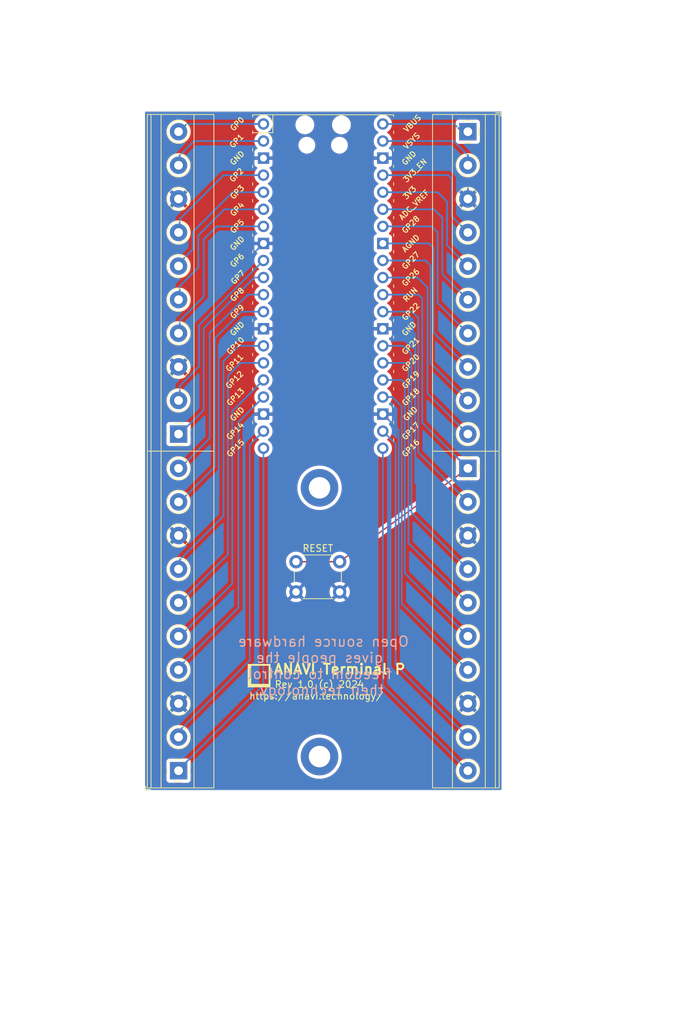
<source format=kicad_pcb>
(kicad_pcb (version 20240108) (generator "pcbnew") (generator_version "8.0")
  (title_block (title "ANAVI Terminal P") (date "2024-07-22") (rev "1.0") (company "ANAVI Technology Ltd."))
  (layers (0 "F.Cu" signal) (31 "B.Cu" signal) (34 "B.Paste" user) (35 "F.Paste" user) (36 "B.SilkS" user "B.Silkscreen") (37 "F.SilkS" user "F.Silkscreen") (38 "B.Mask" user) (39 "F.Mask" user) (44 "Edge.Cuts" user))
  (net 0 "")
  (net 1 "Net-(J3-Pin_2)")
  (net 2 "Net-(J1-Pin_9)")
  (net 3 "GND")
  (net 4 "Net-(J1-Pin_1)")
  (net 5 "Net-(J3-Pin_6)")
  (net 6 "Net-(J1-Pin_10)")
  (net 7 "Net-(J1-Pin_2)")
  (net 8 "Net-(J3-Pin_9)")
  (net 9 "Net-(J3-Pin_4)")
  (net 10 "Net-(J3-Pin_7)")
  (net 11 "Net-(J3-Pin_5)")
  (net 12 "Net-(J3-Pin_8)")
  (net 13 "Net-(J3-Pin_1)")
  (net 14 "Net-(J1-Pin_6)")
  (net 15 "Net-(J1-Pin_5)")
  (net 16 "Net-(J1-Pin_7)")
  (net 17 "Net-(J1-Pin_4)")
  (net 18 "Net-(J2-Pin_2)")
  (net 19 "Net-(J3-Pin_10)")
  (net 20 "Net-(J4-Pin_1)")
  (net 21 "Net-(J4-Pin_9)")
  (net 22 "Net-(J4-Pin_10)")
  (net 23 "Net-(J2-Pin_1)")
  (net 24 "Net-(J2-Pin_4)")
  (net 25 "Net-(J4-Pin_2)")
  (net 26 "Net-(J4-Pin_4)")
  (net 27 "Net-(J2-Pin_7)")
  (net 28 "Net-(J4-Pin_5)")
  (net 29 "Net-(J2-Pin_9)")
  (net 30 "Net-(J2-Pin_5)")
  (net 31 "Net-(J4-Pin_6)")
  (net 32 "Net-(J4-Pin_7)")
  (net 33 "Net-(J2-Pin_6)")
  (net 34 "Net-(J2-Pin_10)")
  (footprint "MountingHole:MountingHole_3.2mm_M3_DIN965_Pad" (layer "F.Cu") (at 73 98)
    (property "Reference" "REF**" (hide yes))
    (property "Value" "MountingHole_3.2mm_M3_DIN965_Pad" (hide yes))
    (pad "1" thru_hole circle (at 0 0) (size 5.6 5.6) (drill 3.2) (layers "*.Cu" "*.Mask"))
  )
  (footprint "MCU_RaspberryPi_and_Boards:RPi_Pico_SMD_TH" (layer "F.Cu") (at 73.54 67.98)
    (property "Reference" "U1" (hide yes))
    (property "Value" "Pico")
    (fp_text user "GP14" (at -13.1 21.59 45) (layer "F.SilkS") (effects (font (size 0.8 0.8))))
    (fp_text user "GND" (at -12.8 -19.05 45) (layer "F.SilkS") (effects (font (size 0.8 0.8))))
    (fp_text user "GP2" (at -12.9 -16.51 45) (layer "F.SilkS") (effects (font (size 0.8 0.8))))
    (fp_text user "RUN" (at 13 1.27 45) (layer "F.SilkS") (effects (font (size 0.8 0.8))))
    (fp_text user "AGND" (at 13.054 -6.35 45) (layer "F.SilkS") (effects (font (size 0.8 0.8))))
    (fp_text user "ADC_VREF" (at 13.56 -12.08 45) (layer "F.SilkS") (effects (font (size 0.8 0.8) (thickness 0.15) (bold yes))))
    (fp_text user "3V3" (at 12.9 -13.9 45) (layer "F.SilkS") (effects (font (size 0.8 0.8))))
    (fp_text user "GP10" (at -13.054 8.89 45) (layer "F.SilkS") (effects (font (size 0.8 0.8))))
    (fp_text user "VBUS" (at 13.3 -24.2 45) (layer "F.SilkS") (effects (font (size 0.8 0.8))))
    (fp_text user "GP27" (at 13.054 -3.8 45) (layer "F.SilkS") (effects (font (size 0.8 0.8))))
    (fp_text user "GP8" (at -12.8 1.27 45) (layer "F.SilkS") (effects (font (size 0.8 0.8))))
    (fp_text user "GP13" (at -13.054 16.51 45) (layer "F.SilkS") (effects (font (size 0.8 0.8))))
    (fp_text user "GP12" (at -13.2 13.97 45) (layer "F.SilkS") (effects (font (size 0.8 0.8))))
    (fp_text user "GP16" (at 13.054 24.13 45) (layer "F.SilkS") (effects (font (size 0.8 0.8))))
    (fp_text user "GND" (at -12.8 6.35 45) (layer "F.SilkS") (effects (font (size 0.8 0.8))))
    (fp_text user "GP6" (at -12.8 -3.81 45) (layer "F.SilkS") (effects (font (size 0.8 0.8))))
    (fp_text user "GND" (at 12.8 -19.05 45) (layer "F.SilkS") (effects (font (size 0.8 0.8))))
    (fp_text user "GP18" (at 13.054 16.51 45) (layer "F.SilkS") (effects (font (size 0.8 0.8))))
    (fp_text user "GP5" (at -12.8 -8.89 45) (layer "F.SilkS") (effects (font (size 0.8 0.8))))
    (fp_text user "GND" (at -12.8 19.05 45) (layer "F.SilkS") (effects (font (size 0.8 0.8))))
    (fp_text user "GP28" (at 13.054 -9.144 45) (layer "F.SilkS") (effects (font (size 0.8 0.8))))
    (fp_text user "GP17" (at 13.054 21.59 45) (layer "F.SilkS") (effects (font (size 0.8 0.8))))
    (fp_text user "GND" (at 13 19 45) (layer "F.SilkS") (effects (font (size 0.8 0.8))))
    (fp_text user "GND" (at 12.8 6.35 45) (layer "F.SilkS") (effects (font (size 0.8 0.8))))
    (fp_text user "GP4" (at -12.8 -11.43 45) (layer "F.SilkS") (effects (font (size 0.8 0.8))))
    (fp_text user "GP19" (at 13.054 13.97 45) (layer "F.SilkS") (effects (font (size 0.8 0.8))))
    (fp_text user "GP1" (at -12.9 -21.6 45) (layer "F.SilkS") (effects (font (size 0.8 0.8))))
    (fp_text user "GP26" (at 13.054 -1.27 45) (layer "F.SilkS") (effects (font (size 0.8 0.8))))
    (fp_text user "GP0" (at -12.8 -24.13 45) (layer "F.SilkS") (effects (font (size 0.8 0.8))))
    (fp_text user "GP21" (at 13.054 8.9 45) (layer "F.SilkS") (effects (font (size 0.8 0.8))))
    (fp_text user "GP11" (at -13.2 11.43 45) (layer "F.SilkS") (effects (font (size 0.8 0.8))))
    (fp_text user "GP22" (at 13.054 3.81 45) (layer "F.SilkS") (effects (font (size 0.8 0.8))))
    (fp_text user "VSYS" (at 13.2 -21.59 45) (layer "F.SilkS") (effects (font (size 0.8 0.8))))
    (fp_text user "GP20" (at 13.054 11.43 45) (layer "F.SilkS") (effects (font (size 0.8 0.8))))
    (fp_text user "GP7" (at -12.7 -1.3 45) (layer "F.SilkS") (effects (font (size 0.8 0.8))))
    (fp_text user "GP15" (at -13.054 24.13 45) (layer "F.SilkS") (effects (font (size 0.8 0.8))))
    (fp_text user "GP3" (at -12.8 -13.97 45) (layer "F.SilkS") (effects (font (size 0.8 0.8))))
    (fp_text user "GP9" (at -12.8 3.81 45) (layer "F.SilkS") (effects (font (size 0.8 0.8))))
    (fp_text user "3V3_EN" (at 13.7 -17.2 45) (layer "F.SilkS") (effects (font (size 0.8 0.8))))
    (pad "" np_thru_hole oval (at -2.725 -24) (size 1.8 1.8) (drill 1.8) (layers "*.Cu" "*.Mask"))
    (pad "" np_thru_hole oval (at -2.425 -20.97) (size 1.5 1.5) (drill 1.5) (layers "*.Cu" "*.Mask"))
    (pad "" np_thru_hole oval (at 2.425 -20.97) (size 1.5 1.5) (drill 1.5) (layers "*.Cu" "*.Mask"))
    (pad "" np_thru_hole oval (at 2.725 -24) (size 1.8 1.8) (drill 1.8) (layers "*.Cu" "*.Mask"))
    (pad "1" thru_hole oval (at -8.89 -24.13) (size 1.7 1.7) (drill 1.02) (layers "*.Cu" "*.Mask") (net 6 "Net-(J1-Pin_10)"))
    (pad "2" thru_hole oval (at -8.89 -21.59) (size 1.7 1.7) (drill 1.02) (layers "*.Cu" "*.Mask") (net 2 "Net-(J1-Pin_9)"))
    (pad "3" thru_hole rect (at -8.89 -19.05) (size 1.7 1.7) (drill 1.02) (layers "*.Cu" "*.Mask") (net 3 "GND"))
    (pad "4" thru_hole oval (at -8.89 -16.51) (size 1.7 1.7) (drill 1.02) (layers "*.Cu" "*.Mask") (net 16 "Net-(J1-Pin_7)"))
    (pad "5" thru_hole oval (at -8.89 -13.97) (size 1.7 1.7) (drill 1.02) (layers "*.Cu" "*.Mask") (net 14 "Net-(J1-Pin_6)"))
    (pad "6" thru_hole oval (at -8.89 -11.43) (size 1.7 1.7) (drill 1.02) (layers "*.Cu" "*.Mask") (net 15 "Net-(J1-Pin_5)"))
    (pad "7" thru_hole oval (at -8.89 -8.89) (size 1.7 1.7) (drill 1.02) (layers "*.Cu" "*.Mask") (net 17 "Net-(J1-Pin_4)"))
    (pad "8" thru_hole rect (at -8.89 -6.35) (size 1.7 1.7) (drill 1.02) (layers "*.Cu" "*.Mask") (net 3 "GND"))
    (pad "9" thru_hole oval (at -8.89 -3.81) (size 1.7 1.7) (drill 1.02) (layers "*.Cu" "*.Mask") (net 7 "Net-(J1-Pin_2)"))
    (pad "10" thru_hole oval (at -8.89 -1.27) (size 1.7 1.7) (drill 1.02) (layers "*.Cu" "*.Mask") (net 4 "Net-(J1-Pin_1)"))
    (pad "11" thru_hole oval (at -8.89 1.27) (size 1.7 1.7) (drill 1.02) (layers "*.Cu" "*.Mask") (net 22 "Net-(J4-Pin_10)"))
    (pad "12" thru_hole oval (at -8.89 3.81) (size 1.7 1.7) (drill 1.02) (layers "*.Cu" "*.Mask") (net 21 "Net-(J4-Pin_9)"))
    (pad "13" thru_hole rect (at -8.89 6.35) (size 1.7 1.7) (drill 1.02) (layers "*.Cu" "*.Mask") (net 3 "GND"))
    (pad "14" thru_hole oval (at -8.89 8.89) (size 1.7 1.7) (drill 1.02) (layers "*.Cu" "*.Mask") (net 32 "Net-(J4-Pin_7)"))
    (pad "15" thru_hole oval (at -8.89 11.43) (size 1.7 1.7) (drill 1.02) (layers "*.Cu" "*.Mask") (net 31 "Net-(J4-Pin_6)"))
    (pad "16" thru_hole oval (at -8.89 13.97) (size 1.7 1.7) (drill 1.02) (layers "*.Cu" "*.Mask") (net 28 "Net-(J4-Pin_5)"))
    (pad "17" thru_hole oval (at -8.89 16.51) (size 1.7 1.7) (drill 1.02) (layers "*.Cu" "*.Mask") (net 26 "Net-(J4-Pin_4)"))
    (pad "18" thru_hole rect (at -8.89 19.05) (size 1.7 1.7) (drill 1.02) (layers "*.Cu" "*.Mask") (net 3 "GND"))
    (pad "19" thru_hole oval (at -8.89 21.59) (size 1.7 1.7) (drill 1.02) (layers "*.Cu" "*.Mask") (net 25 "Net-(J4-Pin_2)"))
    (pad "20" thru_hole oval (at -8.89 24.13) (size 1.7 1.7) (drill 1.02) (layers "*.Cu" "*.Mask") (net 20 "Net-(J4-Pin_1)"))
    (pad "21" thru_hole oval (at 8.89 24.13) (size 1.7 1.7) (drill 1.02) (layers "*.Cu" "*.Mask") (net 34 "Net-(J2-Pin_10)"))
    (pad "22" thru_hole oval (at 8.89 21.59) (size 1.7 1.7) (drill 1.02) (layers "*.Cu" "*.Mask") (net 29 "Net-(J2-Pin_9)"))
    (pad "23" thru_hole rect (at 8.89 19.05) (size 1.7 1.7) (drill 1.02) (layers "*.Cu" "*.Mask") (net 3 "GND"))
    (pad "24" thru_hole oval (at 8.89 16.51) (size 1.7 1.7) (drill 1.02) (layers "*.Cu" "*.Mask") (net 27 "Net-(J2-Pin_7)"))
    (pad "25" thru_hole oval (at 8.89 13.97) (size 1.7 1.7) (drill 1.02) (layers "*.Cu" "*.Mask") (net 33 "Net-(J2-Pin_6)"))
    (pad "26" thru_hole oval (at 8.89 11.43) (size 1.7 1.7) (drill 1.02) (layers "*.Cu" "*.Mask") (net 30 "Net-(J2-Pin_5)"))
    (pad "27" thru_hole oval (at 8.89 8.89) (size 1.7 1.7) (drill 1.02) (layers "*.Cu" "*.Mask") (net 24 "Net-(J2-Pin_4)"))
    (pad "28" thru_hole rect (at 8.89 6.35) (size 1.7 1.7) (drill 1.02) (layers "*.Cu" "*.Mask") (net 3 "GND"))
    (pad "29" thru_hole oval (at 8.89 3.81) (size 1.7 1.7) (drill 1.02) (layers "*.Cu" "*.Mask") (net 18 "Net-(J2-Pin_2)"))
    (pad "30" thru_hole oval (at 8.89 1.27) (size 1.7 1.7) (drill 1.02) (layers "*.Cu" "*.Mask") (net 23 "Net-(J2-Pin_1)"))
    (pad "31" thru_hole oval (at 8.89 -1.27) (size 1.7 1.7) (drill 1.02) (layers "*.Cu" "*.Mask") (net 19 "Net-(J3-Pin_10)"))
    (pad "32" thru_hole oval (at 8.89 -3.81) (size 1.7 1.7) (drill 1.02) (layers "*.Cu" "*.Mask") (net 8 "Net-(J3-Pin_9)"))
    (pad "33" thru_hole rect (at 8.89 -6.35) (size 1.7 1.7) (drill 1.02) (layers "*.Cu" "*.Mask") (net 12 "Net-(J3-Pin_8)"))
    (pad "34" thru_hole oval (at 8.89 -8.89) (size 1.7 1.7) (drill 1.02) (layers "*.Cu" "*.Mask") (net 10 "Net-(J3-Pin_7)"))
    (pad "35" thru_hole oval (at 8.89 -11.43) (size 1.7 1.7) (drill 1.02) (layers "*.Cu" "*.Mask") (net 5 "Net-(J3-Pin_6)"))
    (pad "36" thru_hole oval (at 8.89 -13.97) (size 1.7 1.7) (drill 1.02) (layers "*.Cu" "*.Mask") (net 11 "Net-(J3-Pin_5)"))
    (pad "37" thru_hole oval (at 8.89 -16.51) (size 1.7 1.7) (drill 1.02) (layers "*.Cu" "*.Mask") (net 9 "Net-(J3-Pin_4)"))
    (pad "38" thru_hole rect (at 8.89 -19.05) (size 1.7 1.7) (drill 1.02) (layers "*.Cu" "*.Mask") (net 3 "GND"))
    (pad "39" thru_hole oval (at 8.89 -21.59) (size 1.7 1.7) (drill 1.02) (layers "*.Cu" "*.Mask") (net 1 "Net-(J3-Pin_2)"))
    (pad "40" thru_hole oval (at 8.89 -24.13) (size 1.7 1.7) (drill 1.02) (layers "*.Cu" "*.Mask") (net 13 "Net-(J3-Pin_1)"))
  )
  (footprint "MountingHole:MountingHole_3.2mm_M3_DIN965_Pad" (layer "F.Cu") (at 73 138)
    (property "Reference" "REF**" (hide yes))
    (property "Value" "MountingHole_3.2mm_M3_DIN965_Pad")
    (pad "2" thru_hole circle (at 0 0) (size 5.6 5.6) (drill 3.2) (layers "*.Cu" "*.Mask"))
  )
  (footprint "logo:anavi-logo" (layer "F.Cu") (at 64 126)
    (property "Reference" "G***" (hide yes))
    (property "Value" "LOGO" (hide yes))
  )
  (footprint "TerminalBlock_Phoenix:TerminalBlock_Phoenix_MKDS-1,5-10_1x10_P5.00mm_Horizontal" (layer "F.Cu") (at 52 90 90)
    (property "Reference" "J1" (hide yes))
    (property "Value" "Screw_Terminal_01x10")
    (pad "1" thru_hole rect (at 0 0 90) (size 2.6 2.6) (drill 1.3) (layers "*.Cu" "*.Mask") (net 4 "Net-(J1-Pin_1)"))
    (pad "2" thru_hole circle (at 5 0 90) (size 2.6 2.6) (drill 1.3) (layers "*.Cu" "*.Mask") (net 7 "Net-(J1-Pin_2)"))
    (pad "3" thru_hole circle (at 10 0 90) (size 2.6 2.6) (drill 1.3) (layers "*.Cu" "*.Mask") (net 3 "GND"))
    (pad "4" thru_hole circle (at 15 0 90) (size 2.6 2.6) (drill 1.3) (layers "*.Cu" "*.Mask") (net 17 "Net-(J1-Pin_4)"))
    (pad "5" thru_hole circle (at 20 0 90) (size 2.6 2.6) (drill 1.3) (layers "*.Cu" "*.Mask") (net 15 "Net-(J1-Pin_5)"))
    (pad "6" thru_hole circle (at 25 0 90) (size 2.6 2.6) (drill 1.3) (layers "*.Cu" "*.Mask") (net 14 "Net-(J1-Pin_6)"))
    (pad "7" thru_hole circle (at 30 0 90) (size 2.6 2.6) (drill 1.3) (layers "*.Cu" "*.Mask") (net 16 "Net-(J1-Pin_7)"))
    (pad "8" thru_hole circle (at 35 0 90) (size 2.6 2.6) (drill 1.3) (layers "*.Cu" "*.Mask") (net 3 "GND"))
    (pad "9" thru_hole circle (at 40 0 90) (size 2.6 2.6) (drill 1.3) (layers "*.Cu" "*.Mask") (net 2 "Net-(J1-Pin_9)"))
    (pad "10" thru_hole circle (at 45 0 90) (size 2.6 2.6) (drill 1.3) (layers "*.Cu" "*.Mask") (net 6 "Net-(J1-Pin_10)"))
  )
  (footprint "Button_Switch_THT:SW_PUSH_6mm_H4.3mm" (layer "F.Cu") (at 76 113.5 180)
    (property "Reference" "RESET" (at 3.25 6.5 0) (layer "F.SilkS"))
    (property "Value" "SW_DIP_x01")
    (pad "1" thru_hole circle (at 0 0 270) (size 2 2) (drill 1.1) (layers "*.Cu" "*.Mask") (net 3 "GND"))
    (pad "1" thru_hole circle (at 6.5 0 270) (size 2 2) (drill 1.1) (layers "*.Cu" "*.Mask") (net 3 "GND"))
    (pad "2" thru_hole circle (at 0 4.5 270) (size 2 2) (drill 1.1) (layers "*.Cu" "*.Mask") (net 23 "Net-(J2-Pin_1)"))
    (pad "2" thru_hole circle (at 6.5 4.5 270) (size 2 2) (drill 1.1) (layers "*.Cu" "*.Mask") (net 23 "Net-(J2-Pin_1)"))
  )
  (footprint "TerminalBlock_Phoenix:TerminalBlock_Phoenix_MKDS-1,5-10_1x10_P5.00mm_Horizontal" (layer "F.Cu") (at 95.1 95.1 -90)
    (property "Reference" "J2" (hide yes))
    (property "Value" "Screw_Terminal_01x10")
    (pad "1" thru_hole rect (at 0 0 270) (size 2.6 2.6) (drill 1.3) (layers "*.Cu" "*.Mask") (net 23 "Net-(J2-Pin_1)"))
    (pad "2" thru_hole circle (at 5 0 270) (size 2.6 2.6) (drill 1.3) (layers "*.Cu" "*.Mask") (net 18 "Net-(J2-Pin_2)"))
    (pad "3" thru_hole circle (at 10 0 270) (size 2.6 2.6) (drill 1.3) (layers "*.Cu" "*.Mask") (net 3 "GND"))
    (pad "4" thru_hole circle (at 15 0 270) (size 2.6 2.6) (drill 1.3) (layers "*.Cu" "*.Mask") (net 24 "Net-(J2-Pin_4)"))
    (pad "5" thru_hole circle (at 20 0 270) (size 2.6 2.6) (drill 1.3) (layers "*.Cu" "*.Mask") (net 30 "Net-(J2-Pin_5)"))
    (pad "6" thru_hole circle (at 25 0 270) (size 2.6 2.6) (drill 1.3) (layers "*.Cu" "*.Mask") (net 33 "Net-(J2-Pin_6)"))
    (pad "7" thru_hole circle (at 30 0 270) (size 2.6 2.6) (drill 1.3) (layers "*.Cu" "*.Mask") (net 27 "Net-(J2-Pin_7)"))
    (pad "8" thru_hole circle (at 35 0 270) (size 2.6 2.6) (drill 1.3) (layers "*.Cu" "*.Mask") (net 3 "GND"))
    (pad "9" thru_hole circle (at 40 0 270) (size 2.6 2.6) (drill 1.3) (layers "*.Cu" "*.Mask") (net 29 "Net-(J2-Pin_9)"))
    (pad "10" thru_hole circle (at 45 0 270) (size 2.6 2.6) (drill 1.3) (layers "*.Cu" "*.Mask") (net 34 "Net-(J2-Pin_10)"))
  )
  (footprint "TerminalBlock_Phoenix:TerminalBlock_Phoenix_MKDS-1,5-10_1x10_P5.00mm_Horizontal" (layer "F.Cu") (at 52 140.1 90)
    (property "Reference" "J4" (hide yes))
    (property "Value" "Screw_Terminal_01x10")
    (pad "1" thru_hole rect (at 0 0 90) (size 2.6 2.6) (drill 1.3) (layers "*.Cu" "*.Mask") (net 20 "Net-(J4-Pin_1)"))
    (pad "2" thru_hole circle (at 5 0 90) (size 2.6 2.6) (drill 1.3) (layers "*.Cu" "*.Mask") (net 25 "Net-(J4-Pin_2)"))
    (pad "3" thru_hole circle (at 10 0 90) (size 2.6 2.6) (drill 1.3) (layers "*.Cu" "*.Mask") (net 3 "GND"))
    (pad "4" thru_hole circle (at 15 0 90) (size 2.6 2.6) (drill 1.3) (layers "*.Cu" "*.Mask") (net 26 "Net-(J4-Pin_4)"))
    (pad "5" thru_hole circle (at 20 0 90) (size 2.6 2.6) (drill 1.3) (layers "*.Cu" "*.Mask") (net 28 "Net-(J4-Pin_5)"))
    (pad "6" thru_hole circle (at 25 0 90) (size 2.6 2.6) (drill 1.3) (layers "*.Cu" "*.Mask") (net 31 "Net-(J4-Pin_6)"))
    (pad "7" thru_hole circle (at 30 0 90) (size 2.6 2.6) (drill 1.3) (layers "*.Cu" "*.Mask") (net 32 "Net-(J4-Pin_7)"))
    (pad "8" thru_hole circle (at 35 0 90) (size 2.6 2.6) (drill 1.3) (layers "*.Cu" "*.Mask") (net 3 "GND"))
    (pad "9" thru_hole circle (at 40 0 90) (size 2.6 2.6) (drill 1.3) (layers "*.Cu" "*.Mask") (net 21 "Net-(J4-Pin_9)"))
    (pad "10" thru_hole circle (at 45 0 90) (size 2.6 2.6) (drill 1.3) (layers "*.Cu" "*.Mask") (net 22 "Net-(J4-Pin_10)"))
  )
  (footprint "TerminalBlock_Phoenix:TerminalBlock_Phoenix_MKDS-1,5-10_1x10_P5.00mm_Horizontal" (layer "F.Cu") (at 95.1 45 -90)
    (property "Reference" "J3" (hide yes))
    (property "Value" "Screw_Terminal_01x10")
    (pad "1" thru_hole rect (at 0 0 270) (size 2.6 2.6) (drill 1.3) (layers "*.Cu" "*.Mask") (net 13 "Net-(J3-Pin_1)"))
    (pad "2" thru_hole circle (at 5 0 270) (size 2.6 2.6) (drill 1.3) (layers "*.Cu" "*.Mask") (net 1 "Net-(J3-Pin_2)"))
    (pad "3" thru_hole circle (at 10 0 270) (size 2.6 2.6) (drill 1.3) (layers "*.Cu" "*.Mask") (net 3 "GND"))
    (pad "4" thru_hole circle (at 15 0 270) (size 2.6 2.6) (drill 1.3) (layers "*.Cu" "*.Mask") (net 9 "Net-(J3-Pin_4)"))
    (pad "5" thru_hole circle (at 20 0 270) (size 2.6 2.6) (drill 1.3) (layers "*.Cu" "*.Mask") (net 11 "Net-(J3-Pin_5)"))
    (pad "6" thru_hole circle (at 25 0 270) (size 2.6 2.6) (drill 1.3) (layers "*.Cu" "*.Mask") (net 5 "Net-(J3-Pin_6)"))
    (pad "7" thru_hole circle (at 30 0 270) (size 2.6 2.6) (drill 1.3) (layers "*.Cu" "*.Mask") (net 10 "Net-(J3-Pin_7)"))
    (pad "8" thru_hole circle (at 35 0 270) (size 2.6 2.6) (drill 1.3) (layers "*.Cu" "*.Mask") (net 12 "Net-(J3-Pin_8)"))
    (pad "9" thru_hole circle (at 40 0 270) (size 2.6 2.6) (drill 1.3) (layers "*.Cu" "*.Mask") (net 8 "Net-(J3-Pin_9)"))
    (pad "10" thru_hole circle (at 45 0 270) (size 2.6 2.6) (drill 1.3) (layers "*.Cu" "*.Mask") (net 19 "Net-(J3-Pin_10)"))
  )
  (gr_line (start 76 109) (end 95.1 95.1) (stroke (width 0.2)) (layer "F.Cu") (net 23))
  (gr_line (start 76 109) (end 69 109) (stroke (width 0.2)) (layer "F.Cu") (net 23))
  (gr_line (start 100.12 143) (end 100.12 42) (stroke (width 0.05)) (layer "Edge.Cuts"))
  (gr_line (start 47 143) (end 100.12 143) (stroke (width 0.05)) (layer "Edge.Cuts"))
  (gr_line (start 47 42) (end 47 143) (stroke (width 0.05)) (layer "Edge.Cuts"))
  (gr_line (start 100.12 42) (end 47 42) (stroke (width 0.05)) (layer "Edge.Cuts"))
  (gr_text "Open source hardware \ngives people the\nfreedom to control\ntheir technology." (at 73 129 0) (layer "B.SilkS") (effects (font (size 1.5 1.5) (thickness 0.2) (bold yes)) (justify bottom mirror)))
  (gr_text "Rev 1.0 (c) 2024" (at 73 127.25 0) (layer "F.SilkS") (effects (font (size 1 1))))
  (gr_text "https://anavi.technology/" (at 72.5 129 0) (layer "F.SilkS") (effects (font (size 1 1))))
  (gr_text "GND" (at 60.74 61.63 45) (layer "F.SilkS") (effects (font (size 0.8 0.8))))
  (gr_text "ANAVI Terminal P" (at 76 125 0) (layer "F.SilkS") (effects (font (size 1.5 1.5) (thickness 0.3))))
  (segment (start 92.99 46.39) (end 95.1 48.5) (width 0.254) (layer "B.Cu") (net 1))
  (segment (start 82.43 46.39) (end 92.99 46.39) (width 0.254) (layer "B.Cu") (net 1))
  (segment (start 95.1 48.5) (end 95.1 50) (width 0.254) (layer "B.Cu") (net 1))
  (segment (start 54.2956 46.39) (end 52.154417 48.531183) (width 0.254) (layer "B.Cu") (net 2))
  (segment (start 52.154417 48.531183) (end 52.155201 49.999917) (width 0.254) (layer "B.Cu") (net 2))
  (segment (start 64.65 46.39) (end 54.2956 46.39) (width 0.254) (layer "B.Cu") (net 2))
  (segment (start 61.6712 88.773) (end 61.6712 120.626634) (width 0.254) (layer "B.Cu") (net 3))
  (segment (start 82.43 87.03) (end 84.792 89.392) (width 0.254) (layer "B.Cu") (net 3))
  (segment (start 57.9882 76.6826) (end 57.9882 99.296303) (width 0.254) (layer "B.Cu") (net 3))
  (segment (start 82.43 74.33) (end 86.476 74.33) (width 0.254) (layer "B.Cu") (net 3))
  (segment (start 64.65 48.93) (end 55.337 48.93) (width 0.254) (layer "B.Cu") (net 3))
  (segment (start 55.337 48.93) (end 54.483 49.784) (width 0.254) (layer "B.Cu") (net 3))
  (segment (start 52.171024 79.654976) (end 52.171208 79.999909) (width 0.254) (layer "B.Cu") (net 3))
  (segment (start 54.483 52.674785) (end 52.157869 54.999916) (width 0.254) (layer "B.Cu") (net 3))
  (segment (start 91.33 48.93) (end 95.1 52.7) (width 0.254) (layer "B.Cu") (net 3))
  (segment (start 82.43 48.93) (end 91.33 48.93) (width 0.254) (layer "B.Cu") (net 3))
  (segment (start 61.6712 120.626634) (end 52.19794 130.099894) (width 0.254) (layer "B.Cu") (net 3))
  (segment (start 87.246 75.1) (end 87.246 97.246) (width 0.254) (layer "B.Cu") (net 3))
  (segment (start 64.65 87.03) (end 63.4142 87.03) (width 0.254) (layer "B.Cu") (net 3))
  (segment (start 95.1 52.7) (end 95.1 55) (width 0.254) (layer "B.Cu") (net 3))
  (segment (start 57.9882 99.296303) (end 52.184601 105.099902) (width 0.254) (layer "B.Cu") (net 3))
  (segment (start 64.65 74.33) (end 60.3408 74.33) (width 0.254) (layer "B.Cu") (net 3))
  (segment (start 87.246 97.246) (end 95.1 105.1) (width 0.254) (layer "B.Cu") (net 3))
  (segment (start 63.4142 87.03) (end 61.6712 88.773) (width 0.254) (layer "B.Cu") (net 3))
  (segment (start 54.483 49.784) (end 54.483 52.674785) (width 0.254) (layer "B.Cu") (net 3))
  (segment (start 54.2036 77.6224) (end 52.171024 79.654976) (width 0.254) (layer "B.Cu") (net 3))
  (segment (start 86.476 74.33) (end 87.246 75.1) (width 0.254) (layer "B.Cu") (net 3))
  (segment (start 84.792 89.392) (end 84.792 119.792) (width 0.254) (layer "B.Cu") (net 3))
  (segment (start 84.792 119.792) (end 95.1 130.1) (width 0.254) (layer "B.Cu") (net 3))
  (segment (start 60.3408 74.33) (end 57.9882 76.6826) (width 0.254) (layer "B.Cu") (net 3))
  (segment (start 54.2036 72.0764) (end 54.2036 77.6224) (width 0.254) (layer "B.Cu") (net 3))
  (segment (start 64.65 61.63) (end 54.2036 72.0764) (width 0.254) (layer "B.Cu") (net 3))
  (segment (start 55.753 86.42345) (end 52.176544 89.999906) (width 0.254) (layer "B.Cu") (net 4))
  (segment (start 55.753 74.2188) (end 55.753 86.42345) (width 0.254) (layer "B.Cu") (net 4))
  (segment (start 64.65 66.71) (end 63.2618 66.71) (width 0.254) (layer "B.Cu") (net 4))
  (segment (start 63.2618 66.71) (end 55.753 74.2188) (width 0.254) (layer "B.Cu") (net 4))
  (segment (start 82.43 56.55) (end 90.05 56.55) (width 0.254) (layer "B.Cu") (net 5))
  (segment (start 91.3 57.8) (end 91.3 66.2) (width 0.254) (layer "B.Cu") (net 5))
  (segment (start 90.05 56.55) (end 91.3 57.8) (width 0.254) (layer "B.Cu") (net 5))
  (segment (start 91.3 66.2) (end 95.1 70) (width 0.254) (layer "B.Cu") (net 5))
  (segment (start 64.65 43.85) (end 53.219665 43.85) (width 0.254) (layer "B.Cu") (net 6))
  (segment (start 52.152489 44.917176) (end 52.152533 44.999919) (width 0.254) (layer "B.Cu") (net 6))
  (segment (start 52.5868 45) (end 52.152533 45) (width 0.254) (layer "B.Cu") (net 6))
  (segment (start 53.219665 43.85) (end 52.152489 44.917176) (width 0.254) (layer "B.Cu") (net 6))
  (segment (start 52.17386 82.82714) (end 52.17386 84.969502) (width 0.254) (layer "B.Cu") (net 7))
  (segment (start 55.0418 73.7782) (end 55.0418 79.9592) (width 0.254) (layer "B.Cu") (net 7))
  (segment (start 55.0418 79.9592) (end 52.17386 82.82714) (width 0.254) (layer "B.Cu") (net 7))
  (segment (start 64.65 64.17) (end 55.0418 73.7782) (width 0.254) (layer "B.Cu") (net 7))
  (segment (start 52.17386 84.969502) (end 52.173876 84.999907) (width 0.254) (layer "B.Cu") (net 7))
  (segment (start 89.546 64.9) (end 89.546 79.446) (width 0.254) (layer "B.Cu") (net 8))
  (segment (start 89.546 79.446) (end 95.1 85) (width 0.254) (layer "B.Cu") (net 8))
  (segment (start 88.816 64.17) (end 89.546 64.9) (width 0.254) (layer "B.Cu") (net 8))
  (segment (start 82.43 64.17) (end 88.816 64.17) (width 0.254) (layer "B.Cu") (net 8))
  (segment (start 82.43 51.47) (end 92.17 51.47) (width 0.254) (layer "B.Cu") (net 9))
  (segment (start 92.17 51.47) (end 92.7 52) (width 0.254) (layer "B.Cu") (net 9))
  (segment (start 92.7 52) (end 92.7 57.6) (width 0.254) (layer "B.Cu") (net 9))
  (segment (start 92.7 57.6) (end 95.1 60) (width 0.254) (layer "B.Cu") (net 9))
  (segment (start 90.6 70.5) (end 95.1 75) (width 0.254) (layer "B.Cu") (net 10))
  (segment (start 90.6 60) (end 90.6 70.5) (width 0.254) (layer "B.Cu") (net 10))
  (segment (start 82.43 59.09) (end 89.69 59.09) (width 0.254) (layer "B.Cu") (net 10))
  (segment (start 89.69 59.09) (end 90.6 60) (width 0.254) (layer "B.Cu") (net 10))
  (segment (start 82.43 54.01) (end 90.61 54.01) (width 0.254) (layer "B.Cu") (net 11))
  (segment (start 92 61.9) (end 95.1 65) (width 0.254) (layer "B.Cu") (net 11))
  (segment (start 90.61 54.01) (end 92 55.4) (width 0.254) (layer "B.Cu") (net 11))
  (segment (start 92 55.4) (end 92 61.9) (width 0.254) (layer "B.Cu") (net 11))
  (segment (start 90 74.9) (end 95.1 80) (width 0.254) (layer "B.Cu") (net 12))
  (segment (start 89.33 61.63) (end 90 62.3) (width 0.254) (layer "B.Cu") (net 12))
  (segment (start 90 62.3) (end 90 74.9) (width 0.254) (layer "B.Cu") (net 12))
  (segment (start 82.43 61.63) (end 89.33 61.63) (width 0.254) (layer "B.Cu") (net 12))
  (segment (start 93.05 43.85) (end 94.2 45) (width 0.254) (layer "B.Cu") (net 13))
  (segment (start 94.2 45) (end 95.1 45) (width 0.254) (layer "B.Cu") (net 13))
  (segment (start 82.43 43.85) (end 93.05 43.85) (width 0.254) (layer "B.Cu") (net 13))
  (segment (start 60.036 54.01) (end 54.1274 59.9186) (width 0.254) (layer "B.Cu") (net 14))
  (segment (start 64.65 54.01) (end 60.036 54.01) (width 0.254) (layer "B.Cu") (net 14))
  (segment (start 52.162924 64.473876) (end 52.163205 64.999913) (width 0.254) (layer "B.Cu") (net 14))
  (segment (start 54.1274 62.5094) (end 52.162924 64.473876) (width 0.254) (layer "B.Cu") (net 14))
  (segment (start 54.1274 59.9186) (end 54.1274 62.5094) (width 0.254) (layer "B.Cu") (net 14))
  (segment (start 58.8168 56.55) (end 54.9402 60.4266) (width 0.254) (layer "B.Cu") (net 15))
  (segment (start 64.65 56.55) (end 58.8168 56.55) (width 0.254) (layer "B.Cu") (net 15))
  (segment (start 54.9402 65.2272) (end 52.164807 68.002593) (width 0.254) (layer "B.Cu") (net 15))
  (segment (start 54.9402 60.4266) (end 54.9402 65.2272) (width 0.254) (layer "B.Cu") (net 15))
  (segment (start 52.164807 68.002593) (end 52.165873 69.999911) (width 0.254) (layer "B.Cu") (net 15))
  (segment (start 58.7152 51.47) (end 52.159483 58.025717) (width 0.254) (layer "B.Cu") (net 16))
  (segment (start 64.65 51.47) (end 58.7152 51.47) (width 0.254) (layer "B.Cu") (net 16))
  (segment (start 52.159483 58.025717) (end 52.160536 59.999914) (width 0.254) (layer "B.Cu") (net 16))
  (segment (start 52.167543 73.130657) (end 52.16854 74.99991) (width 0.254) (layer "B.Cu") (net 17))
  (segment (start 57.6992 59.09) (end 55.753 61.0362) (width 0.254) (layer "B.Cu") (net 17))
  (segment (start 55.753 61.0362) (end 55.753 69.5452) (width 0.254) (layer "B.Cu") (net 17))
  (segment (start 64.65 59.09) (end 57.6992 59.09) (width 0.254) (layer "B.Cu") (net 17))
  (segment (start 55.753 69.5452) (end 52.167543 73.130657) (width 0.254) (layer "B.Cu") (net 17))
  (segment (start 82.43 71.79) (end 86.79 71.79) (width 0.254) (layer "B.Cu") (net 18))
  (segment (start 86.79 71.79) (end 87.7 72.7) (width 0.254) (layer "B.Cu") (net 18))
  (segment (start 87.7 72.7) (end 87.7 92.7) (width 0.254) (layer "B.Cu") (net 18))
  (segment (start 87.7 92.7) (end 95.1 100.1) (width 0.254) (layer "B.Cu") (net 18))
  (segment (start 89.092 68.2) (end 89.092 83.992) (width 0.254) (layer "B.Cu") (net 19))
  (segment (start 89.092 83.992) (end 95.1 90) (width 0.254) (layer "B.Cu") (net 19))
  (segment (start 82.43 66.71) (end 87.602 66.71) (width 0.254) (layer "B.Cu") (net 19))
  (segment (start 87.602 66.71) (end 89.092 68.2) (width 0.254) (layer "B.Cu") (net 19))
  (segment (start 64.65 127.318008) (end 52.856722 139.111286) (width 0.254) (layer "B.Cu") (net 20))
  (segment (start 64.65 92.11) (end 64.65 127.318008) (width 0.254) (layer "B.Cu") (net 20))
  (segment (start 64.65 71.79) (end 61.3568 71.79) (width 0.254) (layer "B.Cu") (net 21))
  (segment (start 57.4294 75.7174) (end 57.4294 94.852436) (width 0.254) (layer "B.Cu") (net 21))
  (segment (start 57.4294 94.852436) (end 52.181933 100.099903) (width 0.254) (layer "B.Cu") (net 21))
  (segment (start 61.3568 71.79) (end 57.4294 75.7174) (width 0.254) (layer "B.Cu") (net 21))
  (segment (start 64.65 69.25) (end 62.322 69.25) (width 0.254) (layer "B.Cu") (net 22))
  (segment (start 62.322 69.25) (end 56.642 74.93) (width 0.254) (layer "B.Cu") (net 22))
  (segment (start 56.642 74.93) (end 56.642 90.637169) (width 0.254) (layer "B.Cu") (net 22))
  (segment (start 56.642 90.637169) (end 52.179265 95.099904) (width 0.254) (layer "B.Cu") (net 22))
  (segment (start 88.3 69.8) (end 88.3 88.3) (width 0.254) (layer "B.Cu") (net 23))
  (segment (start 82.43 69.25) (end 87.75 69.25) (width 0.254) (layer "B.Cu") (net 23))
  (segment (start 87.75 69.25) (end 88.3 69.8) (width 0.254) (layer "B.Cu") (net 23))
  (segment (start 88.3 88.3) (end 95.1 95.1) (width 0.254) (layer "B.Cu") (net 23))
  (segment (start 86.7 78.1) (end 86.7 101.7) (width 0.254) (layer "B.Cu") (net 24))
  (segment (start 86.7 101.7) (end 95.1 110.1) (width 0.254) (layer "B.Cu") (net 24))
  (segment (start 85.47 76.87) (end 86.7 78.1) (width 0.254) (layer "B.Cu") (net 24))
  (segment (start 82.43 76.87) (end 85.47 76.87) (width 0.254) (layer "B.Cu") (net 24))
  (segment (start 64.65 89.57) (end 62.611 91.609) (width 0.254) (layer "B.Cu") (net 25))
  (segment (start 52.200501 134.083099) (end 52.200501 134.899499) (width 0.254) (layer "B.Cu") (net 25))
  (segment (start 62.611 91.609) (end 62.611 123.6726) (width 0.254) (layer "B.Cu") (net 25))
  (segment (start 52.200501 134.899499) (end 52.200608 135.099893) (width 0.254) (layer "B.Cu") (net 25))
  (segment (start 62.611 123.6726) (end 52.200501 134.083099) (width 0.254) (layer "B.Cu") (net 25))
  (segment (start 60.9092 88.2308) (end 60.9092 115.8494) (width 0.254) (layer "B.Cu") (net 26))
  (segment (start 64.65 84.49) (end 60.9092 88.2308) (width 0.254) (layer "B.Cu") (net 26))
  (segment (start 52.194986 124.563614) (end 52.195272 125.099896) (width 0.254) (layer "B.Cu") (net 26))
  (segment (start 60.9092 115.8494) (end 52.194986 124.563614) (width 0.254) (layer "B.Cu") (net 26))
  (segment (start 83.836 84.49) (end 85.246 85.9) (width 0.254) (layer "B.Cu") (net 27))
  (segment (start 85.246 115.246) (end 95.1 125.1) (width 0.254) (layer "B.Cu") (net 27))
  (segment (start 82.43 84.49) (end 83.836 84.49) (width 0.254) (layer "B.Cu") (net 27))
  (segment (start 85.246 85.9) (end 85.246 115.246) (width 0.254) (layer "B.Cu") (net 27))
  (segment (start 59.9948 86.6052) (end 59.9948 112.297702) (width 0.254) (layer "B.Cu") (net 28))
  (segment (start 64.65 81.95) (end 59.9948 86.6052) (width 0.254) (layer "B.Cu") (net 28))
  (segment (start 59.9948 112.297702) (end 52.192605 120.099897) (width 0.254) (layer "B.Cu") (net 28))
  (segment (start 84.338 91.478) (end 84.338 124.338) (width 0.254) (layer "B.Cu") (net 29))
  (segment (start 82.43 89.57) (end 84.338 91.478) (width 0.254) (layer "B.Cu") (net 29))
  (segment (start 84.338 124.338) (end 95.1 135.1) (width 0.254) (layer "B.Cu") (net 29))
  (segment (start 86.246 79.9) (end 86.246 106.246) (width 0.254) (layer "B.Cu") (net 30))
  (segment (start 86.246 106.246) (end 95.1 115.1) (width 0.254) (layer "B.Cu") (net 30))
  (segment (start 82.43 79.41) (end 85.756 79.41) (width 0.254) (layer "B.Cu") (net 30))
  (segment (start 85.756 79.41) (end 86.246 79.9) (width 0.254) (layer "B.Cu") (net 30))
  (segment (start 64.65 79.41) (end 61.2552 79.41) (width 0.254) (layer "B.Cu") (net 31))
  (segment (start 59.3598 107.930035) (end 52.189936 115.099899) (width 0.254) (layer "B.Cu") (net 31))
  (segment (start 61.2552 79.41) (end 59.3598 81.3054) (width 0.254) (layer "B.Cu") (net 31))
  (segment (start 59.3598 81.3054) (end 59.3598 107.930035) (width 0.254) (layer "B.Cu") (net 31))
  (segment (start 58.6994 102.1842) (end 52.18652 108.69708) (width 0.254) (layer "B.Cu") (net 32))
  (segment (start 60.9758 76.87) (end 58.6994 79.1464) (width 0.254) (layer "B.Cu") (net 32))
  (segment (start 52.18652 108.69708) (end 52.187269 110.0999) (width 0.254) (layer "B.Cu") (net 32))
  (segment (start 58.6994 79.1464) (end 58.6994 102.1842) (width 0.254) (layer "B.Cu") (net 32))
  (segment (start 64.65 76.87) (end 60.9758 76.87) (width 0.254) (layer "B.Cu") (net 32))
  (segment (start 85.792 82.5) (end 85.7 82.592) (width 0.254) (layer "B.Cu") (net 33))
  (segment (start 85.242 81.95) (end 85.792 82.5) (width 0.254) (layer "B.Cu") (net 33))
  (segment (start 82.43 81.95) (end 85.242 81.95) (width 0.254) (layer "B.Cu") (net 33))
  (segment (start 85.7 110.7) (end 95.1 120.1) (width 0.254) (layer "B.Cu") (net 33))
  (segment (start 85.7 82.592) (end 85.7 110.7) (width 0.254) (layer "B.Cu") (net 33))
  (segment (start 82.43 92.11) (end 82.43 127.43) (width 0.254) (layer "B.Cu") (net 34))
  (segment (start 82.43 127.43) (end 95.1 140.1) (width 0.254) (layer "B.Cu") (net 34))
  (zone (net 3) (net_name "GND") (layer "F.Cu") (connect_pads (clearance 0.508)) (min_thickness 0.254) (fill yes (thermal_gap 0.508) (thermal_bridge_width 0.508))
    (polygon (pts (xy 127 177.8) (xy 25.4 177.8) (xy 25.4 25.4) (xy 127 25.4)))
  )
  (zone (net 3) (net_name "GND") (layer "B.Cu") (connect_pads (clearance 0.508)) (min_thickness 0.254) (fill yes (thermal_gap 0.508) (thermal_bridge_width 0.508))
    (polygon (pts (xy 127 177.8) (xy 25.4 177.8) (xy 25.4 25.4) (xy 127 25.4)))
  )
)
</source>
